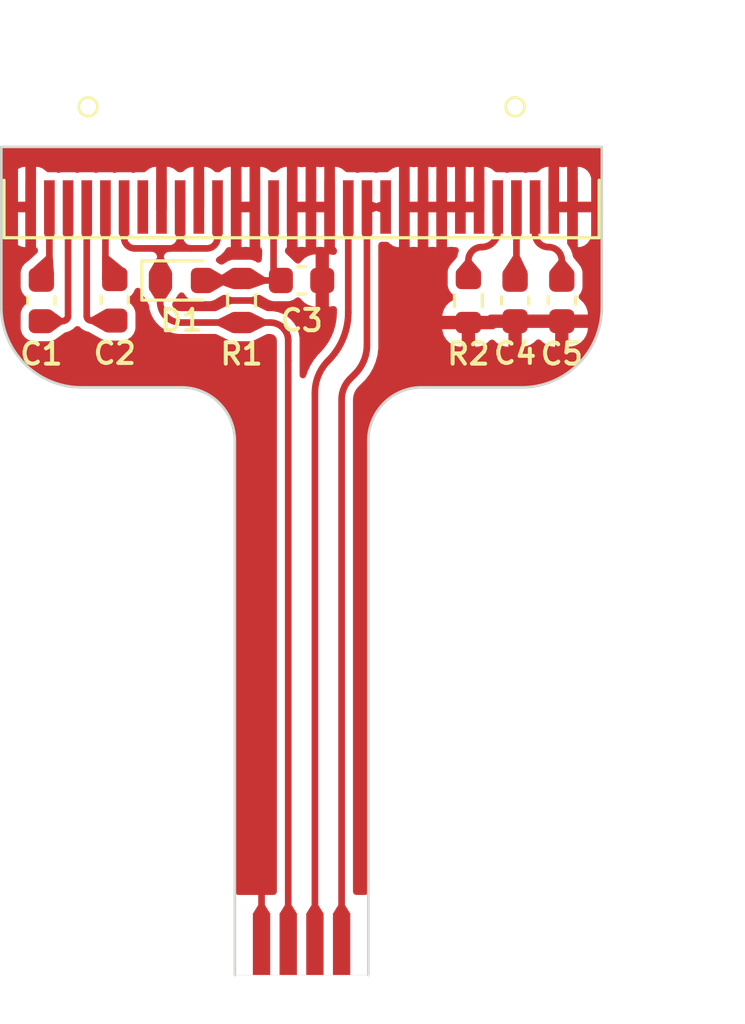
<source format=kicad_pcb>
(kicad_pcb (version 20240108) (generator "pcbnew") (generator_version "8.0")
  (layers (0 "F.Cu" signal) (31 "B.Cu" signal) (34 "B.Paste" user) (35 "F.Paste" user) (36 "B.SilkS" user "B.Silkscreen") (37 "F.SilkS" user "F.Silkscreen") (38 "B.Mask" user) (39 "F.Mask" user) (44 "Edge.Cuts" user))
  (net 0 "")
  (net 1 "Net-(J1-Pin_3)")
  (net 2 "Net-(J1-Pin_2)")
  (net 3 "Net-(J1-Pin_5)")
  (net 4 "Net-(J1-Pin_4)")
  (net 5 "GND")
  (net 6 "Net-(D1-A)")
  (net 7 "Net-(J1-Pin_27)")
  (net 8 "Net-(J1-Pin_28)")
  (net 9 "+3.3V")
  (net 11 "/SCL")
  (net 12 "/SDA")
  (net 13 "Net-(J1-Pin_26)")
  (footprint "Connector_FFC-FPC_Edge:FFC-FPC_1mm_1x04" (layer "F.Cu") (at 80 73.75)
    (property "Reference" "J2" (hide yes))
    (property "Value" "Conn_01x04_Pin")
    (fp_line (start -2.5 0) (end -2.5 -2.3) (stroke (width 0.01)) (layer "Edge.Cuts"))
    (fp_line (start -2.5 0) (end 2.5 0) (stroke (width 0.01)) (layer "Edge.Cuts"))
    (fp_line (start 2.5 0) (end 2.5 -2.3) (stroke (width 0.01)) (layer "Edge.Cuts"))
    (pad "1" smd rect (at -1.5 -1.15) (size 0.65 2.3) (layers "F.Cu" "F.Paste" "F.Mask") (net 5 "GND"))
    (pad "2" smd roundrect (at -0.5 -1.15) (size 0.65 2.3) (layers "F.Cu" "F.Paste" "F.Mask") (roundrect_rratio 0) (net 9 "+3.3V"))
    (pad "3" smd roundrect (at 0.5 -1.15) (size 0.65 2.3) (layers "F.Cu" "F.Paste" "F.Mask") (roundrect_rratio 0) (net 11 "/SCL"))
    (pad "4" smd roundrect (at 1.5 -1.15) (size 0.65 2.3) (layers "F.Cu" "F.Paste" "F.Mask") (roundrect_rratio 0) (net 12 "/SDA"))
  )
  (footprint "Capacitor_SMD:C_0603_1608Metric" (layer "F.Cu") (at 73 48.475 -90)
    (property "Reference" "C2" (at 2 0 180) (layer "F.SilkS") (effects (font (size 0.8 0.8))))
    (property "Value" "1u" (hide yes))
    (fp_line (start -0.14058 0.51) (end 0.14058 0.51) (stroke (width 0.12)) (layer "F.SilkS"))
    (fp_line (start -0.14058 -0.51) (end 0.14058 -0.51) (stroke (width 0.12)) (layer "F.SilkS"))
    (pad "1" smd roundrect (at -0.775 0 270) (size 0.9 0.95) (layers "F.Cu" "F.Paste" "F.Mask") (net 3 "Net-(J1-Pin_5)"))
    (pad "2" smd roundrect (at 0.775 0 270) (size 0.9 0.95) (layers "F.Cu" "F.Paste" "F.Mask") (net 4 "Net-(J1-Pin_4)"))
  )
  (footprint "Resistor_SMD:R_0603_1608Metric" (layer "F.Cu") (at 77.75 48.5 -90)
    (property "Reference" "R1" (at 2 0 180) (layer "F.SilkS") (effects (font (size 0.8 0.8))))
    (property "Value" "4.7k" (hide yes))
    (fp_line (start -0.237258 0.5225) (end 0.237258 0.5225) (stroke (width 0.12)) (layer "F.SilkS"))
    (fp_line (start -0.237258 -0.5225) (end 0.237258 -0.5225) (stroke (width 0.12)) (layer "F.SilkS"))
    (pad "1" smd roundrect (at -0.825 0 270) (size 0.8 0.95) (layers "F.Cu" "F.Paste" "F.Mask") (net 6 "Net-(D1-A)"))
    (pad "2" smd roundrect (at 0.825 0 270) (size 0.8 0.95) (layers "F.Cu" "F.Paste" "F.Mask") (net 9 "+3.3V"))
  )
  (footprint "Display:OLED-128O064D" (layer "F.Cu") (at 80 45)
    (property "Reference" "J1" (hide yes))
    (property "Value" "Conn_01x30_Socket")
    (fp_line (start -11.15 -1) (end -11.15 1.15) (stroke (width 0.12)) (layer "F.SilkS"))
    (fp_line (start -11.15 1.15) (end 11.15 1.15) (stroke (width 0.12)) (layer "F.SilkS"))
    (fp_line (start 11.15 1.15) (end 11.15 -1) (stroke (width 0.12)) (layer "F.SilkS"))
    (fp_circle (center -8 -3.75) (end -7.65 -3.75) (stroke (width 0.1)) (fill none) (layer "F.SilkS"))
    (fp_circle (center 8 -3.75) (end 8.35 -3.75) (stroke (width 0.1)) (fill none) (layer "F.SilkS"))
    (pad "1" smd rect (at -10.15 0) (size 0.4 2) (layers "F.Cu" "F.Paste" "F.Mask") (net 5 "GND"))
    (pad "2" smd rect (at -9.45 0) (size 0.4 2) (layers "F.Cu" "F.Paste" "F.Mask") (net 2 "Net-(J1-Pin_2)"))
    (pad "3" smd rect (at -8.75 0) (size 0.4 2) (layers "F.Cu" "F.Paste" "F.Mask") (net 1 "Net-(J1-Pin_3)"))
    (pad "4" smd rect (at -8.05 0) (size 0.4 2) (layers "F.Cu" "F.Paste" "F.Mask") (net 4 "Net-(J1-Pin_4)"))
    (pad "5" smd rect (at -7.35 0) (size 0.4 2) (layers "F.Cu" "F.Paste" "F.Mask") (net 3 "Net-(J1-Pin_5)"))
    (pad "6" smd rect (at -6.65 0) (size 0.4 2) (layers "F.Cu" "F.Paste" "F.Mask") (net 9 "+3.3V"))
    (pad "7" smd rect (at -5.95 0) (size 0.4 2) (layers "F.Cu" "F.Paste" "F.Mask"))
    (pad "8" smd rect (at -5.25 0) (size 0.4 2) (layers "F.Cu" "F.Paste" "F.Mask") (net 5 "GND"))
    (pad "9" smd rect (at -4.55 0) (size 0.4 2) (layers "F.Cu" "F.Paste" "F.Mask") (net 9 "+3.3V"))
    (pad "10" smd rect (at -3.85 0) (size 0.4 2) (layers "F.Cu" "F.Paste" "F.Mask") (net 5 "GND"))
    (pad "11" smd rect (at -3.15 0) (size 0.4 2) (layers "F.Cu" "F.Paste" "F.Mask") (net 9 "+3.3V"))
    (pad "12" smd rect (at -2.45 0) (size 0.4 2) (layers "F.Cu" "F.Paste" "F.Mask") (net 5 "GND"))
    (pad "13" smd rect (at -1.75 0) (size 0.4 2) (layers "F.Cu" "F.Paste" "F.Mask") (net 5 "GND"))
    (pad "14" smd rect (at -1.05 0) (size 0.4 2) (layers "F.Cu" "F.Paste" "F.Mask") (net 6 "Net-(D1-A)"))
    (pad "15" smd rect (at -0.35 0) (size 0.4 2) (layers "F.Cu" "F.Paste" "F.Mask") (net 5 "GND"))
    (pad "16" smd rect (at 0.35 0) (size 0.4 2) (layers "F.Cu" "F.Paste" "F.Mask") (net 5 "GND"))
    (pad "17" smd rect (at 1.05 0) (size 0.4 2) (layers "F.Cu" "F.Paste" "F.Mask") (net 5 "GND"))
    (pad "18" smd rect (at 1.75 0) (size 0.4 2) (layers "F.Cu" "F.Paste" "F.Mask") (net 11 "/SCL"))
    (pad "19" smd rect (at 2.45 0) (size 0.4 2) (layers "F.Cu" "F.Paste" "F.Mask") (net 12 "/SDA"))
    (pad "20" smd rect (at 3.15 0) (size 0.4 2) (layers "F.Cu" "F.Paste" "F.Mask") (net 12 "/SDA"))
    (pad "21" smd rect (at 3.85 0) (size 0.4 2) (layers "F.Cu" "F.Paste" "F.Mask") (net 5 "GND"))
    (pad "22" smd rect (at 4.55 0) (size 0.4 2) (layers "F.Cu" "F.Paste" "F.Mask") (net 5 "GND"))
    (pad "23" smd rect (at 5.25 0) (size 0.4 2) (layers "F.Cu" "F.Paste" "F.Mask") (net 5 "GND"))
    (pad "24" smd rect (at 5.95 0) (size 0.4 2) (layers "F.Cu" "F.Paste" "F.Mask") (net 5 "GND"))
    (pad "25" smd rect (at 6.65 0) (size 0.4 2) (layers "F.Cu" "F.Paste" "F.Mask") (net 5 "GND"))
    (pad "26" smd rect (at 7.35 0) (size 0.4 2) (layers "F.Cu" "F.Paste" "F.Mask") (net 13 "Net-(J1-Pin_26)"))
    (pad "27" smd rect (at 8.05 0) (size 0.4 2) (layers "F.Cu" "F.Paste" "F.Mask") (net 7 "Net-(J1-Pin_27)"))
    (pad "28" smd rect (at 8.75 0) (size 0.4 2) (layers "F.Cu" "F.Paste" "F.Mask") (net 8 "Net-(J1-Pin_28)"))
    (pad "29" smd rect (at 9.45 0) (size 0.4 2) (layers "F.Cu" "F.Paste" "F.Mask") (net 5 "GND"))
    (pad "30" smd rect (at 10.15 0) (size 0.4 2) (layers "F.Cu" "F.Paste" "F.Mask") (net 5 "GND"))
  )
  (footprint "Diode_SMD:D_0603_1608Metric" (layer "F.Cu") (at 75.5 47.75)
    (property "Reference" "D1" (at 0 1.5 0) (layer "F.SilkS") (effects (font (size 0.8 0.8))))
    (property "Value" "D" (hide yes))
    (fp_line (start -1.485 -0.735) (end -1.485 0.735) (stroke (width 0.12)) (layer "F.SilkS"))
    (fp_line (start -1.485 0.735) (end 0.8 0.735) (stroke (width 0.12)) (layer "F.SilkS"))
    (fp_line (start 0.8 -0.735) (end -1.485 -0.735) (stroke (width 0.12)) (layer "F.SilkS"))
    (pad "1" smd roundrect (at -0.7875 0) (size 0.875 0.95) (layers "F.Cu" "F.Paste" "F.Mask") (net 9 "+3.3V"))
    (pad "2" smd roundrect (at 0.7875 0) (size 0.875 0.95) (layers "F.Cu" "F.Paste" "F.Mask") (net 6 "Net-(D1-A)"))
  )
  (footprint "Resistor_SMD:R_0603_1608Metric" (layer "F.Cu") (at 86.25 48.5 90)
    (property "Reference" "R2" (at -2 0 180) (layer "F.SilkS") (effects (font (size 0.8 0.8))))
    (property "Value" "910k" (hide yes))
    (fp_line (start -0.237258 -0.5225) (end 0.237258 -0.5225) (stroke (width 0.12)) (layer "F.SilkS"))
    (fp_line (start -0.237258 0.5225) (end 0.237258 0.5225) (stroke (width 0.12)) (layer "F.SilkS"))
    (pad "1" smd roundrect (at -0.825 0 90) (size 0.8 0.95) (layers "F.Cu" "F.Paste" "F.Mask") (net 5 "GND"))
    (pad "2" smd roundrect (at 0.825 0 90) (size 0.8 0.95) (layers "F.Cu" "F.Paste" "F.Mask") (net 13 "Net-(J1-Pin_26)"))
  )
  (footprint "Capacitor_SMD:C_0603_1608Metric" (layer "F.Cu") (at 89.75 48.5 90)
    (property "Reference" "C5" (at -2 0 180) (layer "F.SilkS") (effects (font (size 0.8 0.8))))
    (property "Value" "2.2u" (hide yes))
    (fp_line (start -0.14058 -0.51) (end 0.14058 -0.51) (stroke (width 0.12)) (layer "F.SilkS"))
    (fp_line (start -0.14058 0.51) (end 0.14058 0.51) (stroke (width 0.12)) (layer "F.SilkS"))
    (pad "1" smd roundrect (at -0.775 0 90) (size 0.9 0.95) (layers "F.Cu" "F.Paste" "F.Mask") (net 5 "GND"))
    (pad "2" smd roundrect (at 0.775 0 90) (size 0.9 0.95) (layers "F.Cu" "F.Paste" "F.Mask") (net 8 "Net-(J1-Pin_28)"))
  )
  (footprint "Capacitor_SMD:C_0603_1608Metric" (layer "F.Cu") (at 88 48.5 90)
    (property "Reference" "C4" (at -1.975 0 180) (layer "F.SilkS") (effects (font (size 0.8 0.8))))
    (property "Value" "4.7u" (hide yes))
    (fp_line (start -0.14058 -0.51) (end 0.14058 -0.51) (stroke (width 0.12)) (layer "F.SilkS"))
    (fp_line (start -0.14058 0.51) (end 0.14058 0.51) (stroke (width 0.12)) (layer "F.SilkS"))
    (pad "1" smd roundrect (at -0.775 0 90) (size 0.9 0.95) (layers "F.Cu" "F.Paste" "F.Mask") (net 5 "GND"))
    (pad "2" smd roundrect (at 0.775 0 90) (size 0.9 0.95) (layers "F.Cu" "F.Paste" "F.Mask") (net 7 "Net-(J1-Pin_27)"))
  )
  (footprint "Capacitor_SMD:C_0603_1608Metric" (layer "F.Cu") (at 70.25 48.5 90)
    (property "Reference" "C1" (at -2 0 180) (layer "F.SilkS") (effects (font (size 0.8 0.8))))
    (property "Value" "1u" (hide yes))
    (fp_line (start -0.14058 -0.51) (end 0.14058 -0.51) (stroke (width 0.12)) (layer "F.SilkS"))
    (fp_line (start -0.14058 0.51) (end 0.14058 0.51) (stroke (width 0.12)) (layer "F.SilkS"))
    (pad "1" smd roundrect (at -0.775 0 90) (size 0.9 0.95) (layers "F.Cu" "F.Paste" "F.Mask") (net 1 "Net-(J1-Pin_3)"))
    (pad "2" smd roundrect (at 0.775 0 90) (size 0.9 0.95) (layers "F.Cu" "F.Paste" "F.Mask") (net 2 "Net-(J1-Pin_2)"))
  )
  (footprint "Capacitor_SMD:C_0603_1608Metric" (layer "F.Cu") (at 80 47.75 180)
    (property "Reference" "C3" (at 0 -1.5 0) (layer "F.SilkS") (effects (font (size 0.8 0.8))))
    (property "Value" "10u" (hide yes))
    (fp_line (start -0.14058 0.51) (end 0.14058 0.51) (stroke (width 0.12)) (layer "F.SilkS"))
    (fp_line (start -0.14058 -0.51) (end 0.14058 -0.51) (stroke (width 0.12)) (layer "F.SilkS"))
    (pad "1" smd roundrect (at -0.775 0 180) (size 0.9 0.95) (layers "F.Cu" "F.Paste" "F.Mask") (net 5 "GND"))
    (pad "2" smd roundrect (at 0.775 0 180) (size 0.9 0.95) (layers "F.Cu" "F.Paste" "F.Mask") (net 6 "Net-(D1-A)"))
  )
  (gr_line (start 68.75 42.75) (end 68.75 48.75) (stroke (width 0.1)) (layer "Edge.Cuts"))
  (gr_arc (start 82.5 53.75) (mid 83.085786 52.335786) (end 84.5 51.75) (stroke (width 0.1)) (layer "Edge.Cuts"))
  (gr_arc (start 71.75 51.75) (mid 69.62868 50.87132) (end 68.75 48.75) (stroke (width 0.1)) (layer "Edge.Cuts"))
  (gr_line (start 77.5 73.75) (end 77.5 53.75) (stroke (width 0.1)) (layer "Edge.Cuts"))
  (gr_line (start 91.25 42.75) (end 91.25 48.75) (stroke (width 0.1)) (layer "Edge.Cuts"))
  (gr_line (start 68.75 42.75) (end 91.25 42.75) (stroke (width 0.1)) (layer "Edge.Cuts"))
  (gr_arc (start 75.5 51.75) (mid 76.914214 52.335786) (end 77.5 53.75) (stroke (width 0.1)) (layer "Edge.Cuts"))
  (gr_line (start 75.5 51.75) (end 71.75 51.75) (stroke (width 0.1)) (layer "Edge.Cuts"))
  (gr_line (start 82.5 73.75) (end 82.5 53.75) (stroke (width 0.1)) (layer "Edge.Cuts"))
  (gr_line (start 84.5 51.75) (end 88.25 51.75) (stroke (width 0.1)) (layer "Edge.Cuts"))
  (gr_arc (start 91.25 48.75) (mid 90.37132 50.87132) (end 88.25 51.75) (stroke (width 0.1)) (layer "Edge.Cuts"))
  (segment (start 70.25 49.275) (end 71.018934 49.275) (width 0.25) (layer "F.Cu") (net 1))
  (segment (start 71.25 49.07929) (end 71.25 45) (width 0.25) (layer "F.Cu") (net 1))
  (arc (start 71.018934 49.275) (mid 71.116926 49.255508) (end 71.2 49.2) (width 0.25) (layer "F.Cu") (net 1))
  (arc (start 71.2 49.2) (mid 71.237006 49.144618) (end 71.25 49.07929) (width 0.25) (layer "F.Cu") (net 1))
  (segment (start 70.55 45) (end 70.55 47.725) (width 0.25) (layer "F.Cu") (net 2))
  (segment (start 70.373223 47.601776) (end 70.25 47.725) (width 0.25) (layer "F.Cu") (net 2))
  (segment (start 70.55 47.725) (end 70.25 47.725) (width 0.25) (layer "F.Cu") (net 2))
  (segment (start 72.65 47.7) (end 73 47.7) (width 0.25) (layer "F.Cu") (net 3))
  (segment (start 72.809099 47.509099) (end 73 47.7) (width 0.25) (layer "F.Cu") (net 3))
  (segment (start 72.65 45) (end 72.65 47.7) (width 0.25) (layer "F.Cu") (net 3))
  (segment (start 71.95 45) (end 71.95 49.07929) (width 0.25) (layer "F.Cu") (net 4))
  (segment (start 72.12071 49.25) (end 73 49.25) (width 0.25) (layer "F.Cu") (net 4))
  (arc (start 72 49.2) (mid 72.055383 49.237005) (end 72.12071 49.25) (width 0.25) (layer "F.Cu") (net 4))
  (arc (start 71.95 49.07929) (mid 71.962994 49.144618) (end 72 49.2) (width 0.25) (layer "F.Cu") (net 4))
  (segment (start 78.5 72.6) (end 78.5 54) (width 0.25) (layer "F.Cu") (net 5))
  (segment (start 69.85 43.1) (end 69.85 45) (width 0.25) (layer "F.Cu") (net 5))
  (segment (start 69.25 49.277817) (end 69.25 43.25) (width 0.25) (layer "F.Cu") (net 5))
  (segment (start 69.5 43) (end 69.75 43) (width 0.25) (layer "F.Cu") (net 5))
  (segment (start 75.75 51.25) (end 71.222183 51.25) (width 0.25) (layer "F.Cu") (net 5))
  (arc (start 71.222183 51.25) (mid 69.827639 50.672361) (end 69.25 49.277817) (width 0.25) (layer "F.Cu") (net 5))
  (arc (start 78.5 54) (mid 77.694544 52.055456) (end 75.75 51.25) (width 0.25) (layer "F.Cu") (net 5))
  (arc (start 69.25 43.25) (mid 69.323223 43.073223) (end 69.5 43) (width 0.25) (layer "F.Cu") (net 5))
  (arc (start 69.75 43) (mid 69.820711 43.029289) (end 69.85 43.1) (width 0.25) (layer "F.Cu") (net 5))
  (segment (start 78.95 47.75) (end 79.225 47.75) (width 0.25) (layer "F.Cu") (net 6))
  (segment (start 79.225 47.75) (end 77.931066 47.75) (width 0.25) (layer "F.Cu") (net 6))
  (segment (start 78.95 45) (end 78.95 47.75) (width 0.25) (layer "F.Cu") (net 6))
  (segment (start 76.2875 47.75) (end 77.568934 47.75) (width 0.25) (layer "F.Cu") (net 6))
  (arc (start 77.568934 47.75) (mid 77.666926 47.730508) (end 77.75 47.675) (width 0.25) (layer "F.Cu") (net 6))
  (arc (start 77.931066 47.75) (mid 77.833074 47.730508) (end 77.75 47.675) (width 0.25) (layer "F.Cu") (net 6))
  (segment (start 88.05 45) (end 88.05 47.60429) (width 0.25) (layer "F.Cu") (net 7))
  (arc (start 88.05 47.60429) (mid 88.037005 47.669617) (end 88 47.725) (width 0.25) (layer "F.Cu") (net 7))
  (segment (start 88.75 45) (end 88.75 46) (width 0.25) (layer "F.Cu") (net 8))
  (segment (start 89.75 47) (end 89.75 47.725) (width 0.25) (layer "F.Cu") (net 8))
  (arc (start 88.75 46) (mid 88.896447 46.353553) (end 89.25 46.5) (width 0.25) (layer "F.Cu") (net 8))
  (arc (start 89.25 46.5) (mid 89.603553 46.646447) (end 89.75 47) (width 0.25) (layer "F.Cu") (net 8))
  (segment (start 76.85 45) (end 76.85 46.15) (width 0.25) (layer "F.Cu") (net 9))
  (segment (start 78.075 49.325) (end 77.75 49.325) (width 0.25) (layer "F.Cu") (net 9))
  (segment (start 74.375 46.55) (end 75.05 46.55) (width 0.25) (layer "F.Cu") (net 9))
  (segment (start 77.75 49.325) (end 75.475 49.325) (width 0.25) (layer "F.Cu") (net 9))
  (segment (start 77.75 49.325) (end 78.825 49.325) (width 0.25) (layer "F.Cu") (net 9))
  (segment (start 74.7 48.55) (end 74.7 47.7625) (width 0.25) (layer "F.Cu") (net 9))
  (segment (start 76.45 46.55) (end 75.85 46.55) (width 0.25) (layer "F.Cu") (net 9))
  (segment (start 79.5 50.75) (end 79.5 72.6) (width 0.25) (layer "F.Cu") (net 9))
  (segment (start 73.75 46.55) (end 74.375 46.55) (width 0.25) (layer "F.Cu") (net 9))
  (segment (start 74.7125 46.8875) (end 74.7125 47.75) (width 0.25) (layer "F.Cu") (net 9))
  (segment (start 75.85 46.55) (end 75.05 46.55) (width 0.25) (layer "F.Cu") (net 9))
  (segment (start 79.5 50) (end 79.5 50.75) (width 0.25) (layer "F.Cu") (net 9))
  (segment (start 73.35 45) (end 73.35 46.15) (width 0.25) (layer "F.Cu") (net 9))
  (segment (start 75.45 45) (end 75.45 46.15) (width 0.25) (layer "F.Cu") (net 9))
  (arc (start 74.7 47.7625) (mid 74.703661 47.753661) (end 74.7125 47.75) (width 0.25) (layer "F.Cu") (net 9))
  (arc (start 75.45 46.15) (mid 75.332843 46.432843) (end 75.05 46.55) (width 0.25) (layer "F.Cu") (net 9))
  (arc (start 75.45 46.15) (mid 75.567157 46.432843) (end 75.85 46.55) (width 0.25) (layer "F.Cu") (net 9))
  (arc (start 75.05 46.55) (mid 74.811351 46.648851) (end 74.7125 46.8875) (width 0.25) (layer "F.Cu") (net 9))
  (arc (start 73.35 46.15) (mid 73.467157 46.432843) (end 73.75 46.55) (width 0.25) (layer "F.Cu") (net 9))
  (arc (start 75.475 49.325) (mid 74.926992 49.098008) (end 74.7 48.55) (width 0.25) (layer "F.Cu") (net 9))
  (arc (start 76.85 46.15) (mid 76.732843 46.432843) (end 76.45 46.55) (width 0.25) (layer "F.Cu") (net 9))
  (arc (start 78.825 49.325) (mid 79.302297 49.522703) (end 79.5 50) (width 0.25) (layer "F.Cu") (net 9))
  (arc (start 74.375 46.55) (mid 74.613649 46.648851) (end 74.7125 46.8875) (width 0.25) (layer "F.Cu") (net 9))
  (segment (start 81.75 48.93934) (end 81.75 45) (width 0.25) (layer "F.Cu") (net 11))
  (segment (start 80.5 72.6) (end 80.5 51.957106) (width 0.25) (layer "F.Cu") (net 11))
  (arc (start 81 50.75) (mid 81.555081 49.919263) (end 81.75 48.93934) (width 0.25) (layer "F.Cu") (net 11))
  (arc (start 80.5 51.957106) (mid 80.629946 51.303825) (end 81 50.75) (width 0.25) (layer "F.Cu") (net 11))
  (segment (start 82.45 50.163604) (end 82.45 45) (width 0.25) (layer "F.Cu") (net 12))
  (segment (start 81.823223 51.426777) (end 82 51.25) (width 0.25) (layer "F.Cu") (net 12))
  (segment (start 81.5 72.6) (end 81.5 52.207106) (width 0.25) (layer "F.Cu") (net 12))
  (segment (start 83.15 45) (end 82.45 45) (width 0.25) (layer "F.Cu") (net 12))
  (arc (start 82 51.25) (mid 82.333049 50.751558) (end 82.45 50.163604) (width 0.25) (layer "F.Cu") (net 12))
  (arc (start 81.5 52.207106) (mid 81.584003 51.784795) (end 81.823223 51.426777) (width 0.25) (layer "F.Cu") (net 12))
  (segment (start 86.25 47) (end 86.25 47.675) (width 0.25) (layer "F.Cu") (net 13))
  (segment (start 87.35 45) (end 87.35 45.9) (width 0.25) (layer "F.Cu") (net 13))
  (arc (start 86.75 46.5) (mid 86.396447 46.646447) (end 86.25 47) (width 0.25) (layer "F.Cu") (net 13))
  (arc (start 87.35 45.9) (mid 87.174264 46.324264) (end 86.75 46.5) (width 0.25) (layer "F.Cu") (net 13))
  (zone (net 0) (net_name "") (layer "F.Cu") (connect_pads (clearance 0)) (min_thickness 0.25)
    (keepout (tracks not_allowed) (vias not_allowed) (pads not_allowed) (copperpour not_allowed) (footprints allowed))
    (fill (thermal_gap 0.5) (thermal_bridge_width 0.5) (island_removal_mode 1) (island_area_min 10))
    (polygon (pts (xy 82.5 73.75) (xy 77.5 73.75) (xy 77.5 70.75) (xy 82.5 70.75)))
  )
  (zone (net 5) (net_name "GND") (layer "F.Cu") (priority 1) (connect_pads (clearance 0.3)) (min_thickness 0.25) (fill yes (thermal_gap 0.5) (thermal_bridge_width 0.5) (smoothing fillet))
    (polygon (pts (xy 68.75 42.75) (xy 91.25 42.75) (xy 91.25 50) (xy 89.5 51.75) (xy 84.5 51.769062) (xy 82.5 54) (xy 82.5 73.75) (xy 77.5 73.75) (xy 77.5 54) (xy 75.5 51.75) (xy 70.5 51.75) (xy 68.75 50)))
  )
)
</source>
